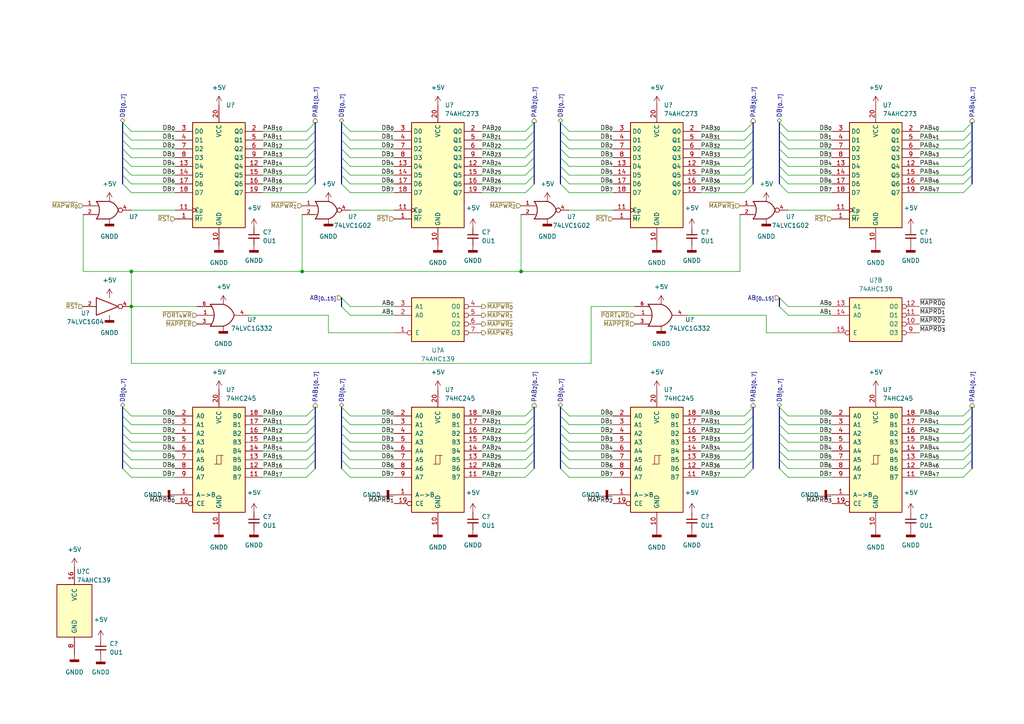
<source format=kicad_sch>
(kicad_sch (version 20211123) (generator eeschema)
  (paper "A4")
  (title_block (title "Z80 CPU INTERPOSER BANK/PAGE REGISTERS") (date "2022-10-21") (rev "1030211022") (company "LISTOFOPTIONS") (comment 1 "mapping from reset block.") (comment 2 "the registes are cleared upon reset and will read 0 until first write, independent of actual") (comment 3 "each register is readable and writable independently") (comment 4 "the mapper stores one of four page ids set by the processor"))
  (lib_symbols
    (symbol "74xGxx:74LVC1G02" (pin_names (offset 1.016))
      (property "Reference" "U" (at -2.54 3.81 0))
      (property "Value" "74LVC1G02" (at 0 -3.81 0))
      (symbol "74LVC1G02_1_1"
        (pin input line (at -7.62 1.27 0) (length 3.81) (name "~") (number "1"))
        (pin input line (at -7.62 -1.27 0) (length 3.81) (name "~") (number "2"))
        (pin power_in line (at 0 -2.54 270) (length 0) hide (name "GND") (number "3"))
        (pin output inverted (at 6.35 0 180) (length 3.81) (name "~") (number "4"))
        (pin power_in line (at 0 2.54 90) (length 0) hide (name "VCC") (number "5"))
      )
    )
    (symbol "74xGxx:74LVC1G04" (pin_names (offset 1.016))
      (property "Reference" "U" (at -2.54 3.81 0))
      (property "Value" "74LVC1G04" (at 0 -3.81 0))
      (symbol "74LVC1G04_1_1"
        (pin input line (at -7.62 0 0) (length 3.81) (name "~") (number "2"))
        (pin power_in line (at 0 -2.54 270) (length 0) hide (name "GND") (number "3"))
        (pin output inverted (at 6.35 0 180) (length 3.81) (name "~") (number "4"))
        (pin power_in line (at 0 2.54 90) (length 0) hide (name "VCC") (number "5"))
      )
    )
    (symbol "74xGxx:74LVC1G332" (pin_names (offset 1.016))
      (property "Reference" "U" (at -2.54 5.08 0))
      (property "Value" "74LVC1G332" (at 0 -5.08 0))
      (symbol "74LVC1G332_1_1"
        (pin input line (at -7.62 0 0) (length 4.826) (name "~") (number "1"))
        (pin power_in line (at 0 -3.175 270) (length 0) hide (name "GND") (number "2"))
        (pin input line (at -7.62 -2.54 0) (length 4.191) (name "~") (number "3"))
        (pin output line (at 7.62 0 180) (length 4.445) (name "~") (number "4"))
        (pin power_in line (at 0 3.175 90) (length 0) hide (name "VCC") (number "5"))
        (pin input line (at -7.62 2.54 0) (length 4.191) (name "~") (number "6"))
      )
    )
    (symbol "74xx:74AHC273"
      (property "Reference" "U" (at -7.62 16.51 0))
      (property "Value" "74AHC273" (at -7.62 -16.51 0))
      (symbol "74AHC273_1_0"
        (pin input line (at -12.7 -12.7 0) (length 5.08) (name "~{Mr}") (number "1"))
        (pin power_in line (at 0 -20.32 90) (length 5.08) (name "GND") (number "10"))
        (pin input clock (at -12.7 -10.16 0) (length 5.08) (name "Cp") (number "11"))
        (pin output line (at 12.7 2.54 180) (length 5.08) (name "Q4") (number "12"))
        (pin input line (at -12.7 2.54 0) (length 5.08) (name "D4") (number "13"))
        (pin input line (at -12.7 0 0) (length 5.08) (name "D5") (number "14"))
        (pin output line (at 12.7 0 180) (length 5.08) (name "Q5") (number "15"))
        (pin output line (at 12.7 -2.54 180) (length 5.08) (name "Q6") (number "16"))
        (pin input line (at -12.7 -2.54 0) (length 5.08) (name "D6") (number "17"))
        (pin input line (at -12.7 -5.08 0) (length 5.08) (name "D7") (number "18"))
        (pin output line (at 12.7 -5.08 180) (length 5.08) (name "Q7") (number "19"))
        (pin output line (at 12.7 12.7 180) (length 5.08) (name "Q0") (number "2"))
        (pin power_in line (at 0 20.32 270) (length 5.08) (name "VCC") (number "20"))
        (pin input line (at -12.7 12.7 0) (length 5.08) (name "D0") (number "3"))
        (pin input line (at -12.7 10.16 0) (length 5.08) (name "D1") (number "4"))
        (pin output line (at 12.7 10.16 180) (length 5.08) (name "Q1") (number "5"))
        (pin output line (at 12.7 7.62 180) (length 5.08) (name "Q2") (number "6"))
        (pin input line (at -12.7 7.62 0) (length 5.08) (name "D2") (number "7"))
        (pin input line (at -12.7 5.08 0) (length 5.08) (name "D3") (number "8"))
        (pin output line (at 12.7 5.08 180) (length 5.08) (name "Q3") (number "9"))
      )
    )
    (symbol "74xx:74HC245" (pin_names (offset 1.016))
      (property "Reference" "U" (at -7.62 16.51 0))
      (property "Value" "74HC245" (at -7.62 -16.51 0))
      (symbol "74HC245_1_0"
        (pin input line (at -12.7 -10.16 0) (length 5.08) (name "A->B") (number "1"))
        (pin power_in line (at 0 -20.32 90) (length 5.08) (name "GND") (number "10"))
        (pin tri_state line (at 12.7 -5.08 180) (length 5.08) (name "B7") (number "11"))
        (pin tri_state line (at 12.7 -2.54 180) (length 5.08) (name "B6") (number "12"))
        (pin tri_state line (at 12.7 0 180) (length 5.08) (name "B5") (number "13"))
        (pin tri_state line (at 12.7 2.54 180) (length 5.08) (name "B4") (number "14"))
        (pin tri_state line (at 12.7 5.08 180) (length 5.08) (name "B3") (number "15"))
        (pin tri_state line (at 12.7 7.62 180) (length 5.08) (name "B2") (number "16"))
        (pin tri_state line (at 12.7 10.16 180) (length 5.08) (name "B1") (number "17"))
        (pin tri_state line (at 12.7 12.7 180) (length 5.08) (name "B0") (number "18"))
        (pin input inverted (at -12.7 -12.7 0) (length 5.08) (name "CE") (number "19"))
        (pin tri_state line (at -12.7 12.7 0) (length 5.08) (name "A0") (number "2"))
        (pin power_in line (at 0 20.32 270) (length 5.08) (name "VCC") (number "20"))
        (pin tri_state line (at -12.7 10.16 0) (length 5.08) (name "A1") (number "3"))
        (pin tri_state line (at -12.7 7.62 0) (length 5.08) (name "A2") (number "4"))
        (pin tri_state line (at -12.7 5.08 0) (length 5.08) (name "A3") (number "5"))
        (pin tri_state line (at -12.7 2.54 0) (length 5.08) (name "A4") (number "6"))
        (pin tri_state line (at -12.7 0 0) (length 5.08) (name "A5") (number "7"))
        (pin tri_state line (at -12.7 -2.54 0) (length 5.08) (name "A6") (number "8"))
        (pin tri_state line (at -12.7 -5.08 0) (length 5.08) (name "A7") (number "9"))
      )
    )
    (symbol "74xx:74LS139" (pin_names (offset 1.016))
      (property "Reference" "U" (at -7.62 8.89 0))
      (property "Value" "74LS139" (at -7.62 -8.89 0))
      (symbol "74LS139_1_0"
        (pin input inverted (at -12.7 -5.08 0) (length 5.08) (name "E") (number "1"))
        (pin input line (at -12.7 0 0) (length 5.08) (name "A0") (number "2"))
        (pin input line (at -12.7 2.54 0) (length 5.08) (name "A1") (number "3"))
        (pin output inverted (at 12.7 2.54 180) (length 5.08) (name "O0") (number "4"))
        (pin output inverted (at 12.7 0 180) (length 5.08) (name "O1") (number "5"))
        (pin output inverted (at 12.7 -2.54 180) (length 5.08) (name "O2") (number "6"))
        (pin output inverted (at 12.7 -5.08 180) (length 5.08) (name "O3") (number "7"))
      )
      (symbol "74LS139_2_0"
        (pin output inverted (at 12.7 -2.54 180) (length 5.08) (name "O2") (number "10"))
        (pin output inverted (at 12.7 0 180) (length 5.08) (name "O1") (number "11"))
        (pin output inverted (at 12.7 2.54 180) (length 5.08) (name "O0") (number "12"))
        (pin input line (at -12.7 2.54 0) (length 5.08) (name "A1") (number "13"))
        (pin input line (at -12.7 0 0) (length 5.08) (name "A0") (number "14"))
        (pin input inverted (at -12.7 -5.08 0) (length 5.08) (name "E") (number "15"))
        (pin output inverted (at 12.7 -5.08 180) (length 5.08) (name "O3") (number "9"))
      )
      (symbol "74LS139_3_0"
        (pin power_in line (at 0 12.7 270) (length 5.08) (name "VCC") (number "16"))
        (pin power_in line (at 0 -12.7 90) (length 5.08) (name "GND") (number "8"))
      )
    )
    (symbol "Device:C_Small" (pin_numbers hide) (pin_names (offset 0.254) hide)
      (property "Reference" "C" (at 0.254 1.778 0))
      (property "Value" "C_Small" (at 0.254 -2.032 0))
      (symbol "C_Small_1_1"
        (pin passive line (at 0 2.54 270) (length 2.032) (name "~") (number "1"))
        (pin passive line (at 0 -2.54 90) (length 2.032) (name "~") (number "2"))
      )
    )
    (symbol "power:+5V" (power) (pin_names (offset 0))
      (property "Value" "+5V" (at 0 3.556 0))
      (symbol "+5V_1_1"
        (pin power_in line (at 0 0 90) (length 0) hide (name "+5V") (number "1"))
      )
    )
    (symbol "power:GNDD" (power) (pin_names (offset 0))
      (property "Value" "GNDD" (at 0 -3.175 0))
      (symbol "GNDD_1_1"
        (pin power_in line (at 0 0 270) (length 0) hide (name "GNDD") (number "1"))
      )
    )
  )
  (junction (at 38.1 88.9))
  (junction (at 87.63 78.74))
  (junction (at 151.13 78.74))
  (junction (at 38.1 78.74))
  (bus_entry (at 162.56 40.64) (size 2.54 2.54))
  (bus_entry (at 281.94 53.34) (size -2.54 2.54))
  (bus_entry (at 226.06 133.35) (size 2.54 2.54))
  (bus_entry (at 226.06 120.65) (size 2.54 2.54))
  (bus_entry (at 218.44 118.11) (size -2.54 2.54))
  (bus_entry (at 35.56 128.27) (size 2.54 2.54))
  (bus_entry (at 162.56 45.72) (size 2.54 2.54))
  (bus_entry (at 35.56 130.81) (size 2.54 2.54))
  (bus_entry (at 226.06 86.36) (size 2.54 2.54))
  (bus_entry (at 162.56 130.81) (size 2.54 2.54))
  (bus_entry (at 162.56 120.65) (size 2.54 2.54))
  (bus_entry (at 91.44 123.19) (size -2.54 2.54))
  (bus_entry (at 218.44 135.89) (size -2.54 2.54))
  (bus_entry (at 99.06 133.35) (size 2.54 2.54))
  (bus_entry (at 226.06 135.89) (size 2.54 2.54))
  (bus_entry (at 91.44 48.26) (size -2.54 2.54))
  (bus_entry (at 226.06 50.8) (size 2.54 2.54))
  (bus_entry (at 35.56 53.34) (size 2.54 2.54))
  (bus_entry (at 91.44 135.89) (size -2.54 2.54))
  (bus_entry (at 154.94 125.73) (size -2.54 2.54))
  (bus_entry (at 218.44 130.81) (size -2.54 2.54))
  (bus_entry (at 99.06 38.1) (size 2.54 2.54))
  (bus_entry (at 99.06 128.27) (size 2.54 2.54))
  (bus_entry (at 162.56 43.18) (size 2.54 2.54))
  (bus_entry (at 99.06 48.26) (size 2.54 2.54))
  (bus_entry (at 91.44 130.81) (size -2.54 2.54))
  (bus_entry (at 281.94 133.35) (size -2.54 2.54))
  (bus_entry (at 91.44 125.73) (size -2.54 2.54))
  (bus_entry (at 35.56 35.56) (size 2.54 2.54))
  (bus_entry (at 281.94 45.72) (size -2.54 2.54))
  (bus_entry (at 154.94 48.26) (size -2.54 2.54))
  (bus_entry (at 226.06 128.27) (size 2.54 2.54))
  (bus_entry (at 154.94 45.72) (size -2.54 2.54))
  (bus_entry (at 226.06 40.64) (size 2.54 2.54))
  (bus_entry (at 91.44 120.65) (size -2.54 2.54))
  (bus_entry (at 162.56 118.11) (size 2.54 2.54))
  (bus_entry (at 218.44 125.73) (size -2.54 2.54))
  (bus_entry (at 35.56 135.89) (size 2.54 2.54))
  (bus_entry (at 154.94 40.64) (size -2.54 2.54))
  (bus_entry (at 91.44 133.35) (size -2.54 2.54))
  (bus_entry (at 218.44 123.19) (size -2.54 2.54))
  (bus_entry (at 162.56 123.19) (size 2.54 2.54))
  (bus_entry (at 281.94 40.64) (size -2.54 2.54))
  (bus_entry (at 226.06 48.26) (size 2.54 2.54))
  (bus_entry (at 91.44 53.34) (size -2.54 2.54))
  (bus_entry (at 154.94 123.19) (size -2.54 2.54))
  (bus_entry (at 226.06 45.72) (size 2.54 2.54))
  (bus_entry (at 162.56 128.27) (size 2.54 2.54))
  (bus_entry (at 99.06 86.36) (size 2.54 2.54))
  (bus_entry (at 35.56 45.72) (size 2.54 2.54))
  (bus_entry (at 99.06 53.34) (size 2.54 2.54))
  (bus_entry (at 281.94 130.81) (size -2.54 2.54))
  (bus_entry (at 154.94 135.89) (size -2.54 2.54))
  (bus_entry (at 35.56 120.65) (size 2.54 2.54))
  (bus_entry (at 226.06 125.73) (size 2.54 2.54))
  (bus_entry (at 91.44 128.27) (size -2.54 2.54))
  (bus_entry (at 99.06 40.64) (size 2.54 2.54))
  (bus_entry (at 91.44 118.11) (size -2.54 2.54))
  (bus_entry (at 226.06 38.1) (size 2.54 2.54))
  (bus_entry (at 35.56 48.26) (size 2.54 2.54))
  (bus_entry (at 91.44 35.56) (size -2.54 2.54))
  (bus_entry (at 99.06 45.72) (size 2.54 2.54))
  (bus_entry (at 162.56 125.73) (size 2.54 2.54))
  (bus_entry (at 218.44 35.56) (size -2.54 2.54))
  (bus_entry (at 218.44 43.18) (size -2.54 2.54))
  (bus_entry (at 281.94 38.1) (size -2.54 2.54))
  (bus_entry (at 99.06 125.73) (size 2.54 2.54))
  (bus_entry (at 154.94 118.11) (size -2.54 2.54))
  (bus_entry (at 99.06 35.56) (size 2.54 2.54))
  (bus_entry (at 91.44 38.1) (size -2.54 2.54))
  (bus_entry (at 154.94 53.34) (size -2.54 2.54))
  (bus_entry (at 281.94 48.26) (size -2.54 2.54))
  (bus_entry (at 226.06 43.18) (size 2.54 2.54))
  (bus_entry (at 99.06 130.81) (size 2.54 2.54))
  (bus_entry (at 281.94 128.27) (size -2.54 2.54))
  (bus_entry (at 226.06 118.11) (size 2.54 2.54))
  (bus_entry (at 154.94 38.1) (size -2.54 2.54))
  (bus_entry (at 35.56 43.18) (size 2.54 2.54))
  (bus_entry (at 218.44 40.64) (size -2.54 2.54))
  (bus_entry (at 281.94 118.11) (size -2.54 2.54))
  (bus_entry (at 226.06 130.81) (size 2.54 2.54))
  (bus_entry (at 281.94 120.65) (size -2.54 2.54))
  (bus_entry (at 162.56 48.26) (size 2.54 2.54))
  (bus_entry (at 91.44 43.18) (size -2.54 2.54))
  (bus_entry (at 35.56 118.11) (size 2.54 2.54))
  (bus_entry (at 281.94 43.18) (size -2.54 2.54))
  (bus_entry (at 218.44 128.27) (size -2.54 2.54))
  (bus_entry (at 162.56 53.34) (size 2.54 2.54))
  (bus_entry (at 281.94 135.89) (size -2.54 2.54))
  (bus_entry (at 162.56 135.89) (size 2.54 2.54))
  (bus_entry (at 154.94 35.56) (size -2.54 2.54))
  (bus_entry (at 35.56 40.64) (size 2.54 2.54))
  (bus_entry (at 99.06 118.11) (size 2.54 2.54))
  (bus_entry (at 218.44 50.8) (size -2.54 2.54))
  (bus_entry (at 226.06 123.19) (size 2.54 2.54))
  (bus_entry (at 91.44 45.72) (size -2.54 2.54))
  (bus_entry (at 154.94 133.35) (size -2.54 2.54))
  (bus_entry (at 99.06 123.19) (size 2.54 2.54))
  (bus_entry (at 226.06 35.56) (size 2.54 2.54))
  (bus_entry (at 218.44 45.72) (size -2.54 2.54))
  (bus_entry (at 226.06 88.9) (size 2.54 2.54))
  (bus_entry (at 218.44 133.35) (size -2.54 2.54))
  (bus_entry (at 35.56 38.1) (size 2.54 2.54))
  (bus_entry (at 218.44 53.34) (size -2.54 2.54))
  (bus_entry (at 162.56 35.56) (size 2.54 2.54))
  (bus_entry (at 162.56 133.35) (size 2.54 2.54))
  (bus_entry (at 99.06 120.65) (size 2.54 2.54))
  (bus_entry (at 281.94 123.19) (size -2.54 2.54))
  (bus_entry (at 154.94 130.81) (size -2.54 2.54))
  (bus_entry (at 162.56 50.8) (size 2.54 2.54))
  (bus_entry (at 281.94 35.56) (size -2.54 2.54))
  (bus_entry (at 154.94 43.18) (size -2.54 2.54))
  (bus_entry (at 99.06 135.89) (size 2.54 2.54))
  (bus_entry (at 218.44 120.65) (size -2.54 2.54))
  (bus_entry (at 218.44 38.1) (size -2.54 2.54))
  (bus_entry (at 35.56 123.19) (size 2.54 2.54))
  (bus_entry (at 226.06 53.34) (size 2.54 2.54))
  (bus_entry (at 154.94 128.27) (size -2.54 2.54))
  (bus_entry (at 35.56 133.35) (size 2.54 2.54))
  (bus_entry (at 35.56 50.8) (size 2.54 2.54))
  (bus_entry (at 281.94 50.8) (size -2.54 2.54))
  (bus_entry (at 154.94 50.8) (size -2.54 2.54))
  (bus_entry (at 162.56 38.1) (size 2.54 2.54))
  (bus_entry (at 99.06 43.18) (size 2.54 2.54))
  (bus_entry (at 218.44 48.26) (size -2.54 2.54))
  (bus_entry (at 281.94 125.73) (size -2.54 2.54))
  (bus_entry (at 154.94 120.65) (size -2.54 2.54))
  (bus_entry (at 91.44 50.8) (size -2.54 2.54))
  (bus_entry (at 35.56 125.73) (size 2.54 2.54))
  (bus_entry (at 99.06 50.8) (size 2.54 2.54))
  (bus_entry (at 91.44 40.64) (size -2.54 2.54))
  (bus_entry (at 99.06 88.9) (size 2.54 2.54))
  (wire (pts (xy 24.13 78.74) (xy 38.1 78.74)))
  (bus (pts (xy 35.56 123.19) (xy 35.56 125.73)))
  (wire (pts (xy 152.4 130.81) (xy 139.7 130.81)))
  (wire (pts (xy 215.9 125.73) (xy 203.2 125.73)))
  (bus (pts (xy 226.06 40.64) (xy 226.06 43.18)))
  (wire (pts (xy 177.8 50.8) (xy 165.1 50.8)))
  (wire (pts (xy 114.3 38.1) (xy 101.6 38.1)))
  (bus (pts (xy 226.06 48.26) (xy 226.06 50.8)))
  (bus (pts (xy 91.44 123.19) (xy 91.44 125.73)))
  (wire (pts (xy 50.8 38.1) (xy 38.1 38.1)))
  (bus (pts (xy 281.94 125.73) (xy 281.94 128.27)))
  (bus (pts (xy 162.56 130.81) (xy 162.56 133.35)))
  (wire (pts (xy 215.9 45.72) (xy 203.2 45.72)))
  (bus (pts (xy 218.44 40.64) (xy 218.44 43.18)))
  (wire (pts (xy 114.3 135.89) (xy 101.6 135.89)))
  (wire (pts (xy 215.9 43.18) (xy 203.2 43.18)))
  (wire (pts (xy 88.9 48.26) (xy 76.2 48.26)))
  (wire (pts (xy 72.39 91.44) (xy 95.25 91.44)))
  (wire (pts (xy 215.9 38.1) (xy 203.2 38.1)))
  (bus (pts (xy 91.44 125.73) (xy 91.44 128.27)))
  (wire (pts (xy 50.8 40.64) (xy 38.1 40.64)))
  (wire (pts (xy 215.9 48.26) (xy 203.2 48.26)))
  (wire (pts (xy 88.9 43.18) (xy 76.2 43.18)))
  (bus (pts (xy 281.94 40.64) (xy 281.94 43.18)))
  (bus (pts (xy 162.56 40.64) (xy 162.56 43.18)))
  (bus (pts (xy 281.94 123.19) (xy 281.94 125.73)))
  (bus (pts (xy 226.06 120.65) (xy 226.06 123.19)))
  (wire (pts (xy 279.4 40.64) (xy 266.7 40.64)))
  (wire (pts (xy 177.8 130.81) (xy 165.1 130.81)))
  (bus (pts (xy 162.56 125.73) (xy 162.56 128.27)))
  (wire (pts (xy 241.3 128.27) (xy 228.6 128.27)))
  (wire (pts (xy 152.4 43.18) (xy 139.7 43.18)))
  (bus (pts (xy 99.06 48.26) (xy 99.06 50.8)))
  (bus (pts (xy 35.56 35.56) (xy 35.56 38.1)))
  (wire (pts (xy 88.9 133.35) (xy 76.2 133.35)))
  (wire (pts (xy 177.8 55.88) (xy 165.1 55.88)))
  (bus (pts (xy 218.44 35.56) (xy 218.44 38.1)))
  (bus (pts (xy 35.56 118.11) (xy 35.56 120.65)))
  (bus (pts (xy 91.44 133.35) (xy 91.44 135.89)))
  (wire (pts (xy 228.6 88.9) (xy 241.3 88.9)))
  (bus (pts (xy 226.06 123.19) (xy 226.06 125.73)))
  (bus (pts (xy 162.56 45.72) (xy 162.56 48.26)))
  (wire (pts (xy 88.9 40.64) (xy 76.2 40.64)))
  (bus (pts (xy 99.06 86.36) (xy 99.06 88.9)))
  (wire (pts (xy 88.9 45.72) (xy 76.2 45.72)))
  (bus (pts (xy 35.56 45.72) (xy 35.56 48.26)))
  (wire (pts (xy 279.4 125.73) (xy 266.7 125.73)))
  (wire (pts (xy 152.4 125.73) (xy 139.7 125.73)))
  (bus (pts (xy 226.06 133.35) (xy 226.06 135.89)))
  (wire (pts (xy 95.25 91.44) (xy 95.25 96.52)))
  (wire (pts (xy 50.8 133.35) (xy 38.1 133.35)))
  (wire (pts (xy 177.8 128.27) (xy 165.1 128.27)))
  (bus (pts (xy 281.94 128.27) (xy 281.94 130.81)))
  (bus (pts (xy 154.94 43.18) (xy 154.94 45.72)))
  (bus (pts (xy 162.56 123.19) (xy 162.56 125.73)))
  (wire (pts (xy 241.3 48.26) (xy 228.6 48.26)))
  (wire (pts (xy 222.25 96.52) (xy 241.3 96.52)))
  (bus (pts (xy 99.06 120.65) (xy 99.06 123.19)))
  (bus (pts (xy 99.06 43.18) (xy 99.06 45.72)))
  (bus (pts (xy 35.56 130.81) (xy 35.56 133.35)))
  (bus (pts (xy 99.06 40.64) (xy 99.06 43.18)))
  (bus (pts (xy 154.94 125.73) (xy 154.94 128.27)))
  (wire (pts (xy 88.9 120.65) (xy 76.2 120.65)))
  (bus (pts (xy 35.56 125.73) (xy 35.56 128.27)))
  (wire (pts (xy 152.4 135.89) (xy 139.7 135.89)))
  (wire (pts (xy 50.8 130.81) (xy 38.1 130.81)))
  (bus (pts (xy 91.44 130.81) (xy 91.44 133.35)))
  (wire (pts (xy 38.1 60.96) (xy 50.8 60.96)))
  (bus (pts (xy 218.44 123.19) (xy 218.44 125.73)))
  (bus (pts (xy 226.06 38.1) (xy 226.06 40.64)))
  (wire (pts (xy 215.9 138.43) (xy 203.2 138.43)))
  (wire (pts (xy 241.3 50.8) (xy 228.6 50.8)))
  (wire (pts (xy 101.6 60.96) (xy 114.3 60.96)))
  (wire (pts (xy 215.9 53.34) (xy 203.2 53.34)))
  (bus (pts (xy 99.06 45.72) (xy 99.06 48.26)))
  (wire (pts (xy 177.8 138.43) (xy 165.1 138.43)))
  (wire (pts (xy 152.4 128.27) (xy 139.7 128.27)))
  (bus (pts (xy 154.94 40.64) (xy 154.94 43.18)))
  (bus (pts (xy 91.44 38.1) (xy 91.44 40.64)))
  (wire (pts (xy 241.3 138.43) (xy 228.6 138.43)))
  (wire (pts (xy 171.45 88.9) (xy 184.15 88.9)))
  (wire (pts (xy 50.8 125.73) (xy 38.1 125.73)))
  (bus (pts (xy 226.06 130.81) (xy 226.06 133.35)))
  (wire (pts (xy 152.4 120.65) (xy 139.7 120.65)))
  (bus (pts (xy 99.06 125.73) (xy 99.06 128.27)))
  (bus (pts (xy 218.44 118.11) (xy 218.44 120.65)))
  (bus (pts (xy 154.94 38.1) (xy 154.94 40.64)))
  (wire (pts (xy 215.9 130.81) (xy 203.2 130.81)))
  (bus (pts (xy 281.94 133.35) (xy 281.94 135.89)))
  (bus (pts (xy 218.44 133.35) (xy 218.44 135.89)))
  (wire (pts (xy 50.8 43.18) (xy 38.1 43.18)))
  (bus (pts (xy 35.56 128.27) (xy 35.56 130.81)))
  (wire (pts (xy 24.13 62.23) (xy 24.13 78.74)))
  (bus (pts (xy 218.44 130.81) (xy 218.44 133.35)))
  (wire (pts (xy 215.9 40.64) (xy 203.2 40.64)))
  (bus (pts (xy 162.56 133.35) (xy 162.56 135.89)))
  (bus (pts (xy 162.56 118.11) (xy 162.56 120.65)))
  (wire (pts (xy 38.1 105.41) (xy 171.45 105.41)))
  (bus (pts (xy 218.44 125.73) (xy 218.44 128.27)))
  (wire (pts (xy 241.3 55.88) (xy 228.6 55.88)))
  (bus (pts (xy 154.94 128.27) (xy 154.94 130.81)))
  (wire (pts (xy 177.8 38.1) (xy 165.1 38.1)))
  (wire (pts (xy 152.4 133.35) (xy 139.7 133.35)))
  (bus (pts (xy 281.94 118.11) (xy 281.94 120.65)))
  (wire (pts (xy 50.8 50.8) (xy 38.1 50.8)))
  (bus (pts (xy 218.44 48.26) (xy 218.44 50.8)))
  (wire (pts (xy 88.9 135.89) (xy 76.2 135.89)))
  (wire (pts (xy 279.4 50.8) (xy 266.7 50.8)))
  (bus (pts (xy 218.44 45.72) (xy 218.44 48.26)))
  (bus (pts (xy 99.06 38.1) (xy 99.06 40.64)))
  (bus (pts (xy 218.44 120.65) (xy 218.44 123.19)))
  (bus (pts (xy 281.94 48.26) (xy 281.94 50.8)))
  (wire (pts (xy 50.8 55.88) (xy 38.1 55.88)))
  (wire (pts (xy 88.9 138.43) (xy 76.2 138.43)))
  (bus (pts (xy 281.94 43.18) (xy 281.94 45.72)))
  (bus (pts (xy 218.44 128.27) (xy 218.44 130.81)))
  (bus (pts (xy 218.44 50.8) (xy 218.44 53.34)))
  (wire (pts (xy 88.9 38.1) (xy 76.2 38.1)))
  (bus (pts (xy 99.06 35.56) (xy 99.06 38.1)))
  (wire (pts (xy 279.4 55.88) (xy 266.7 55.88)))
  (bus (pts (xy 91.44 40.64) (xy 91.44 43.18)))
  (bus (pts (xy 226.06 35.56) (xy 226.06 38.1)))
  (wire (pts (xy 165.1 60.96) (xy 177.8 60.96)))
  (wire (pts (xy 50.8 53.34) (xy 38.1 53.34)))
  (wire (pts (xy 228.6 91.44) (xy 241.3 91.44)))
  (wire (pts (xy 241.3 135.89) (xy 228.6 135.89)))
  (wire (pts (xy 241.3 40.64) (xy 228.6 40.64)))
  (bus (pts (xy 281.94 50.8) (xy 281.94 53.34)))
  (bus (pts (xy 162.56 43.18) (xy 162.56 45.72)))
  (bus (pts (xy 162.56 120.65) (xy 162.56 123.19)))
  (bus (pts (xy 154.94 123.19) (xy 154.94 125.73)))
  (wire (pts (xy 50.8 45.72) (xy 38.1 45.72)))
  (wire (pts (xy 279.4 53.34) (xy 266.7 53.34)))
  (bus (pts (xy 154.94 120.65) (xy 154.94 123.19)))
  (wire (pts (xy 177.8 135.89) (xy 165.1 135.89)))
  (wire (pts (xy 152.4 45.72) (xy 139.7 45.72)))
  (bus (pts (xy 226.06 86.36) (xy 226.06 88.9)))
  (wire (pts (xy 215.9 55.88) (xy 203.2 55.88)))
  (bus (pts (xy 226.06 45.72) (xy 226.06 48.26)))
  (wire (pts (xy 177.8 45.72) (xy 165.1 45.72)))
  (wire (pts (xy 87.63 78.74) (xy 151.13 78.74)))
  (wire (pts (xy 101.6 88.9) (xy 114.3 88.9)))
  (wire (pts (xy 215.9 123.19) (xy 203.2 123.19)))
  (bus (pts (xy 162.56 128.27) (xy 162.56 130.81)))
  (bus (pts (xy 35.56 38.1) (xy 35.56 40.64)))
  (wire (pts (xy 279.4 48.26) (xy 266.7 48.26)))
  (wire (pts (xy 50.8 48.26) (xy 38.1 48.26)))
  (bus (pts (xy 281.94 120.65) (xy 281.94 123.19)))
  (bus (pts (xy 99.06 130.81) (xy 99.06 133.35)))
  (bus (pts (xy 281.94 130.81) (xy 281.94 133.35)))
  (bus (pts (xy 91.44 45.72) (xy 91.44 48.26)))
  (wire (pts (xy 228.6 60.96) (xy 241.3 60.96)))
  (wire (pts (xy 241.3 123.19) (xy 228.6 123.19)))
  (wire (pts (xy 152.4 40.64) (xy 139.7 40.64)))
  (bus (pts (xy 218.44 43.18) (xy 218.44 45.72)))
  (bus (pts (xy 91.44 35.56) (xy 91.44 38.1)))
  (wire (pts (xy 279.4 120.65) (xy 266.7 120.65)))
  (wire (pts (xy 199.39 91.44) (xy 222.25 91.44)))
  (wire (pts (xy 88.9 130.81) (xy 76.2 130.81)))
  (wire (pts (xy 38.1 78.74) (xy 87.63 78.74)))
  (wire (pts (xy 114.3 45.72) (xy 101.6 45.72)))
  (bus (pts (xy 154.94 50.8) (xy 154.94 53.34)))
  (wire (pts (xy 114.3 130.81) (xy 101.6 130.81)))
  (wire (pts (xy 114.3 138.43) (xy 101.6 138.43)))
  (bus (pts (xy 226.06 118.11) (xy 226.06 120.65)))
  (wire (pts (xy 88.9 128.27) (xy 76.2 128.27)))
  (wire (pts (xy 114.3 123.19) (xy 101.6 123.19)))
  (wire (pts (xy 215.9 128.27) (xy 203.2 128.27)))
  (wire (pts (xy 279.4 138.43) (xy 266.7 138.43)))
  (bus (pts (xy 154.94 45.72) (xy 154.94 48.26)))
  (wire (pts (xy 152.4 123.19) (xy 139.7 123.19)))
  (bus (pts (xy 226.06 125.73) (xy 226.06 128.27)))
  (bus (pts (xy 154.94 130.81) (xy 154.94 133.35)))
  (wire (pts (xy 215.9 133.35) (xy 203.2 133.35)))
  (bus (pts (xy 99.06 133.35) (xy 99.06 135.89)))
  (wire (pts (xy 177.8 123.19) (xy 165.1 123.19)))
  (bus (pts (xy 99.06 118.11) (xy 99.06 120.65)))
  (wire (pts (xy 222.25 91.44) (xy 222.25 96.52)))
  (wire (pts (xy 177.8 125.73) (xy 165.1 125.73)))
  (wire (pts (xy 279.4 128.27) (xy 266.7 128.27)))
  (bus (pts (xy 35.56 120.65) (xy 35.56 123.19)))
  (bus (pts (xy 91.44 48.26) (xy 91.44 50.8)))
  (wire (pts (xy 177.8 133.35) (xy 165.1 133.35)))
  (bus (pts (xy 35.56 40.64) (xy 35.56 43.18)))
  (bus (pts (xy 162.56 48.26) (xy 162.56 50.8)))
  (bus (pts (xy 154.94 133.35) (xy 154.94 135.89)))
  (bus (pts (xy 226.06 50.8) (xy 226.06 53.34)))
  (bus (pts (xy 99.06 50.8) (xy 99.06 53.34)))
  (wire (pts (xy 50.8 135.89) (xy 38.1 135.89)))
  (bus (pts (xy 162.56 38.1) (xy 162.56 40.64)))
  (bus (pts (xy 91.44 128.27) (xy 91.44 130.81)))
  (wire (pts (xy 38.1 78.74) (xy 38.1 88.9)))
  (wire (pts (xy 177.8 48.26) (xy 165.1 48.26)))
  (wire (pts (xy 241.3 130.81) (xy 228.6 130.81)))
  (wire (pts (xy 88.9 55.88) (xy 76.2 55.88)))
  (wire (pts (xy 114.3 50.8) (xy 101.6 50.8)))
  (wire (pts (xy 279.4 135.89) (xy 266.7 135.89)))
  (bus (pts (xy 281.94 35.56) (xy 281.94 38.1)))
  (bus (pts (xy 35.56 133.35) (xy 35.56 135.89)))
  (bus (pts (xy 99.06 123.19) (xy 99.06 125.73)))
  (bus (pts (xy 35.56 43.18) (xy 35.56 45.72)))
  (wire (pts (xy 114.3 48.26) (xy 101.6 48.26)))
  (wire (pts (xy 114.3 125.73) (xy 101.6 125.73)))
  (wire (pts (xy 152.4 50.8) (xy 139.7 50.8)))
  (wire (pts (xy 177.8 53.34) (xy 165.1 53.34)))
  (wire (pts (xy 88.9 53.34) (xy 76.2 53.34)))
  (wire (pts (xy 50.8 123.19) (xy 38.1 123.19)))
  (wire (pts (xy 177.8 40.64) (xy 165.1 40.64)))
  (bus (pts (xy 91.44 120.65) (xy 91.44 123.19)))
  (wire (pts (xy 88.9 125.73) (xy 76.2 125.73)))
  (wire (pts (xy 215.9 135.89) (xy 203.2 135.89)))
  (wire (pts (xy 171.45 105.41) (xy 171.45 88.9)))
  (wire (pts (xy 50.8 138.43) (xy 38.1 138.43)))
  (wire (pts (xy 152.4 53.34) (xy 139.7 53.34)))
  (wire (pts (xy 50.8 128.27) (xy 38.1 128.27)))
  (wire (pts (xy 114.3 128.27) (xy 101.6 128.27)))
  (bus (pts (xy 91.44 43.18) (xy 91.44 45.72)))
  (wire (pts (xy 279.4 130.81) (xy 266.7 130.81)))
  (wire (pts (xy 101.6 91.44) (xy 114.3 91.44)))
  (wire (pts (xy 152.4 55.88) (xy 139.7 55.88)))
  (wire (pts (xy 152.4 38.1) (xy 139.7 38.1)))
  (wire (pts (xy 114.3 120.65) (xy 101.6 120.65)))
  (wire (pts (xy 38.1 88.9) (xy 38.1 105.41)))
  (wire (pts (xy 152.4 138.43) (xy 139.7 138.43)))
  (wire (pts (xy 114.3 133.35) (xy 101.6 133.35)))
  (bus (pts (xy 218.44 38.1) (xy 218.44 40.64)))
  (wire (pts (xy 88.9 50.8) (xy 76.2 50.8)))
  (wire (pts (xy 177.8 120.65) (xy 165.1 120.65)))
  (wire (pts (xy 241.3 43.18) (xy 228.6 43.18)))
  (wire (pts (xy 241.3 53.34) (xy 228.6 53.34)))
  (wire (pts (xy 151.13 78.74) (xy 214.63 78.74)))
  (wire (pts (xy 38.1 88.9) (xy 57.15 88.9)))
  (bus (pts (xy 162.56 50.8) (xy 162.56 53.34)))
  (bus (pts (xy 154.94 118.11) (xy 154.94 120.65)))
  (wire (pts (xy 88.9 123.19) (xy 76.2 123.19)))
  (bus (pts (xy 91.44 50.8) (xy 91.44 53.34)))
  (wire (pts (xy 151.13 62.23) (xy 151.13 78.74)))
  (bus (pts (xy 154.94 35.56) (xy 154.94 38.1)))
  (wire (pts (xy 87.63 62.23) (xy 87.63 78.74)))
  (wire (pts (xy 241.3 45.72) (xy 228.6 45.72)))
  (bus (pts (xy 35.56 50.8) (xy 35.56 53.34)))
  (wire (pts (xy 95.25 96.52) (xy 114.3 96.52)))
  (wire (pts (xy 241.3 38.1) (xy 228.6 38.1)))
  (wire (pts (xy 279.4 38.1) (xy 266.7 38.1)))
  (wire (pts (xy 114.3 43.18) (xy 101.6 43.18)))
  (wire (pts (xy 114.3 53.34) (xy 101.6 53.34)))
  (wire (pts (xy 279.4 123.19) (xy 266.7 123.19)))
  (bus (pts (xy 99.06 128.27) (xy 99.06 130.81)))
  (wire (pts (xy 215.9 50.8) (xy 203.2 50.8)))
  (wire (pts (xy 152.4 48.26) (xy 139.7 48.26)))
  (bus (pts (xy 281.94 38.1) (xy 281.94 40.64)))
  (wire (pts (xy 215.9 120.65) (xy 203.2 120.65)))
  (bus (pts (xy 162.56 35.56) (xy 162.56 38.1)))
  (wire (pts (xy 241.3 133.35) (xy 228.6 133.35)))
  (wire (pts (xy 177.8 43.18) (xy 165.1 43.18)))
  (wire (pts (xy 279.4 133.35) (xy 266.7 133.35)))
  (wire (pts (xy 114.3 55.88) (xy 101.6 55.88)))
  (wire (pts (xy 279.4 45.72) (xy 266.7 45.72)))
  (wire (pts (xy 241.3 120.65) (xy 228.6 120.65)))
  (wire (pts (xy 279.4 43.18) (xy 266.7 43.18)))
  (bus (pts (xy 35.56 48.26) (xy 35.56 50.8)))
  (wire (pts (xy 50.8 120.65) (xy 38.1 120.65)))
  (wire (pts (xy 214.63 78.74) (xy 214.63 62.23)))
  (bus (pts (xy 154.94 48.26) (xy 154.94 50.8)))
  (bus (pts (xy 281.94 45.72) (xy 281.94 48.26)))
  (bus (pts (xy 226.06 43.18) (xy 226.06 45.72)))
  (bus (pts (xy 226.06 128.27) (xy 226.06 130.81)))
  (wire (pts (xy 241.3 125.73) (xy 228.6 125.73)))
  (wire (pts (xy 114.3 40.64) (xy 101.6 40.64)))
  (bus (pts (xy 91.44 118.11) (xy 91.44 120.65)))
  (label "DB_{7}" (at 114.3 55.88 180))
  (label "~{MAPRD_{1}}" (at 114.3 146.05 180))
  (label "DB_{1}" (at 177.8 123.19 180))
  (label "~{MAPRD_{2}}" (at 177.8 146.05 180))
  (label "PAB_{3}_{5}" (at 203.2 50.8 0))
  (label "DB_{0}" (at 241.3 38.1 180))
  (label "AB_{1}" (at 114.3 91.44 180))
  (label "PAB_{1}_{6}" (at 76.2 135.89 0))
  (label "DB_{4}" (at 241.3 48.26 180))
  (label "DB_{5}" (at 241.3 133.35 180))
  (label "PAB_{2}_{0}" (at 139.7 120.65 0))
  (label "PAB_{2}_{3}" (at 139.7 128.27 0))
  (label "PAB_{1}_{4}" (at 76.2 130.81 0))
  (label "PAB_{2}_{7}" (at 139.7 55.88 0))
  (label "PAB_{2}_{5}" (at 139.7 133.35 0))
  (label "DB_{7}" (at 177.8 55.88 180))
  (label "DB_{5}" (at 241.3 50.8 180))
  (label "DB_{2}" (at 241.3 43.18 180))
  (label "DB_{4}" (at 177.8 48.26 180))
  (label "DB_{4}" (at 114.3 130.81 180))
  (label "PAB_{1}_{1}" (at 76.2 123.19 0))
  (label "PAB_{2}_{4}" (at 139.7 48.26 0))
  (label "DB_{7}" (at 50.8 138.43 180))
  (label "PAB_{2}_{7}" (at 139.7 138.43 0))
  (label "PAB_{3}_{6}" (at 203.2 53.34 0))
  (label "DB_{1}" (at 241.3 40.64 180))
  (label "PAB_{4}_{0}" (at 266.7 38.1 0))
  (label "PAB_{3}_{0}" (at 203.2 120.65 0))
  (label "PAB_{3}_{1}" (at 203.2 40.64 0))
  (label "DB_{4}" (at 114.3 48.26 180))
  (label "DB_{3}" (at 50.8 128.27 180))
  (label "DB_{5}" (at 114.3 133.35 180))
  (label "PAB_{4}_{7}" (at 266.7 138.43 0))
  (label "DB_{5}" (at 177.8 50.8 180))
  (label "PAB_{3}_{0}" (at 203.2 38.1 0))
  (label "~{MAPRD_{1}}" (at 266.7 91.44 0))
  (label "DB_{5}" (at 177.8 133.35 180))
  (label "PAB_{3}_{1}" (at 203.2 123.19 0))
  (label "PAB_{4}_{2}" (at 266.7 125.73 0))
  (label "DB_{2}" (at 50.8 125.73 180))
  (label "DB_{6}" (at 241.3 53.34 180))
  (label "PAB_{3}_{7}" (at 203.2 138.43 0))
  (label "DB_{7}" (at 50.8 55.88 180))
  (label "DB_{2}" (at 177.8 43.18 180))
  (label "~{MAPRD_{0}}" (at 266.7 88.9 0))
  (label "~{MAPRD_{0}}" (at 50.8 146.05 180))
  (label "DB_{1}" (at 50.8 40.64 180))
  (label "DB_{0}" (at 50.8 120.65 180))
  (label "PAB_{1}_{1}" (at 76.2 40.64 0))
  (label "DB_{7}" (at 114.3 138.43 180))
  (label "DB_{6}" (at 114.3 53.34 180))
  (label "PAB_{3}_{7}" (at 203.2 55.88 0))
  (label "PAB_{2}_{1}" (at 139.7 123.19 0))
  (label "PAB_{2}_{3}" (at 139.7 45.72 0))
  (label "DB_{6}" (at 50.8 53.34 180))
  (label "PAB_{1}_{5}" (at 76.2 133.35 0))
  (label "DB_{3}" (at 241.3 45.72 180))
  (label "AB_{1}" (at 241.3 91.44 180))
  (label "PAB_{1}_{4}" (at 76.2 48.26 0))
  (label "DB_{2}" (at 177.8 125.73 180))
  (label "DB_{3}" (at 50.8 45.72 180))
  (label "AB_{0}" (at 241.3 88.9 180))
  (label "DB_{4}" (at 50.8 130.81 180))
  (label "AB_{0}" (at 114.3 88.9 180))
  (label "DB_{2}" (at 114.3 43.18 180))
  (label "PAB_{4}_{6}" (at 266.7 53.34 0))
  (label "DB_{3}" (at 241.3 128.27 180))
  (label "DB_{1}" (at 114.3 40.64 180))
  (label "DB_{7}" (at 177.8 138.43 180))
  (label "PAB_{3}_{5}" (at 203.2 133.35 0))
  (label "DB_{0}" (at 50.8 38.1 180))
  (label "DB_{6}" (at 177.8 53.34 180))
  (label "PAB_{4}_{0}" (at 266.7 120.65 0))
  (label "PAB_{4}_{4}" (at 266.7 48.26 0))
  (label "PAB_{1}_{2}" (at 76.2 43.18 0))
  (label "DB_{5}" (at 114.3 50.8 180))
  (label "PAB_{4}_{1}" (at 266.7 123.19 0))
  (label "PAB_{4}_{1}" (at 266.7 40.64 0))
  (label "DB_{3}" (at 114.3 45.72 180))
  (label "PAB_{4}_{2}" (at 266.7 43.18 0))
  (label "DB_{6}" (at 241.3 135.89 180))
  (label "DB_{1}" (at 50.8 123.19 180))
  (label "DB_{6}" (at 177.8 135.89 180))
  (label "DB_{3}" (at 114.3 128.27 180))
  (label "DB_{2}" (at 50.8 43.18 180))
  (label "~{MAPRD_{3}}" (at 241.3 146.05 180))
  (label "PAB_{3}_{4}" (at 203.2 130.81 0))
  (label "DB_{6}" (at 50.8 135.89 180))
  (label "PAB_{1}_{5}" (at 76.2 50.8 0))
  (label "PAB_{4}_{5}" (at 266.7 50.8 0))
  (label "PAB_{4}_{7}" (at 266.7 55.88 0))
  (label "DB_{5}" (at 50.8 50.8 180))
  (label "PAB_{1}_{7}" (at 76.2 138.43 0))
  (label "PAB_{2}_{2}" (at 139.7 125.73 0))
  (label "PAB_{2}_{2}" (at 139.7 43.18 0))
  (label "PAB_{2}_{5}" (at 139.7 50.8 0))
  (label "DB_{1}" (at 241.3 123.19 180))
  (label "DB_{0}" (at 177.8 120.65 180))
  (label "PAB_{4}_{5}" (at 266.7 133.35 0))
  (label "PAB_{1}_{0}" (at 76.2 120.65 0))
  (label "DB_{4}" (at 177.8 130.81 180))
  (label "DB_{6}" (at 114.3 135.89 180))
  (label "PAB_{1}_{7}" (at 76.2 55.88 0))
  (label "PAB_{3}_{6}" (at 203.2 135.89 0))
  (label "DB_{0}" (at 114.3 38.1 180))
  (label "PAB_{1}_{6}" (at 76.2 53.34 0))
  (label "PAB_{3}_{2}" (at 203.2 125.73 0))
  (label "DB_{4}" (at 50.8 48.26 180))
  (label "DB_{5}" (at 50.8 133.35 180))
  (label "PAB_{2}_{6}" (at 139.7 53.34 0))
  (label "DB_{0}" (at 114.3 120.65 180))
  (label "PAB_{3}_{3}" (at 203.2 128.27 0))
  (label "PAB_{2}_{6}" (at 139.7 135.89 0))
  (label "PAB_{1}_{3}" (at 76.2 128.27 0))
  (label "DB_{2}" (at 241.3 125.73 180))
  (label "PAB_{1}_{3}" (at 76.2 45.72 0))
  (label "DB_{0}" (at 241.3 120.65 180))
  (label "PAB_{4}_{6}" (at 266.7 135.89 0))
  (label "PAB_{1}_{2}" (at 76.2 125.73 0))
  (label "DB_{3}" (at 177.8 128.27 180))
  (label "PAB_{4}_{4}" (at 266.7 130.81 0))
  (label "PAB_{3}_{4}" (at 203.2 48.26 0))
  (label "DB_{7}" (at 241.3 138.43 180))
  (label "DB_{1}" (at 114.3 123.19 180))
  (label "PAB_{2}_{4}" (at 139.7 130.81 0))
  (label "DB_{7}" (at 241.3 55.88 180))
  (label "PAB_{2}_{1}" (at 139.7 40.64 0))
  (label "PAB_{4}_{3}" (at 266.7 128.27 0))
  (label "DB_{1}" (at 177.8 40.64 180))
  (label "DB_{2}" (at 114.3 125.73 180))
  (label "DB_{3}" (at 177.8 45.72 180))
  (label "PAB_{4}_{3}" (at 266.7 45.72 0))
  (label "~{MAPRD_{2}}" (at 266.7 93.98 0))
  (label "PAB_{3}_{3}" (at 203.2 45.72 0))
  (label "PAB_{3}_{2}" (at 203.2 43.18 0))
  (label "PAB_{1}_{0}" (at 76.2 38.1 0))
  (label "~{MAPRD_{3}}" (at 266.7 96.52 0))
  (label "PAB_{2}_{0}" (at 139.7 38.1 0))
  (label "DB_{4}" (at 241.3 130.81 180))
  (label "DB_{0}" (at 177.8 38.1 180))
  (hierarchical_label "~{MAPPER}" (shape input) (at 57.15 93.98 180))
  (hierarchical_label "~{RST}" (shape input) (at 241.3 63.5 180))
  (hierarchical_label "~{MAPWR_{2}}" (shape output) (at 139.7 93.98 0))
  (hierarchical_label "~{MAPWR_{2}}" (shape input) (at 151.13 59.69 180))
  (hierarchical_label "PAB_{3}_{[0..7]}" (shape output) (at 218.44 35.56 90))
  (hierarchical_label "DB_{[0..7]}" (shape bidirectional) (at 162.56 118.11 90))
  (hierarchical_label "~{RST}" (shape input) (at 50.8 63.5 180))
  (hierarchical_label "DB_{[0..7]}" (shape bidirectional) (at 162.56 35.56 90))
  (hierarchical_label "PAB_{1}_{[0..7]}" (shape output) (at 91.44 118.11 90))
  (hierarchical_label "PAB_{1}_{[0..7]}" (shape output) (at 91.44 35.56 90))
  (hierarchical_label "DB_{[0..7]}" (shape bidirectional) (at 226.06 118.11 90))
  (hierarchical_label "DB_{[0..7]}" (shape bidirectional) (at 35.56 35.56 90))
  (hierarchical_label "~{MAPWR_{3}}" (shape output) (at 139.7 96.52 0))
  (hierarchical_label "~{MAPWR_{0}}" (shape output) (at 139.7 88.9 0))
  (hierarchical_label "~{MAPWR_{0}}" (shape input) (at 24.13 59.69 180))
  (hierarchical_label "DB_{[0..7]}" (shape bidirectional) (at 99.06 35.56 90))
  (hierarchical_label "PAB_{4}_{[0..7]}" (shape output) (at 281.94 118.11 90))
  (hierarchical_label "~{MAPWR_{3}}" (shape input) (at 214.63 59.69 180))
  (hierarchical_label "DB_{[0..7]}" (shape bidirectional) (at 226.06 35.56 90))
  (hierarchical_label "~{MAPWR_{1}}" (shape output) (at 139.7 91.44 0))
  (hierarchical_label "~{PORT_{4}WR}" (shape input) (at 57.15 91.44 180))
  (hierarchical_label "PAB_{2}_{[0..7]}" (shape output) (at 154.94 118.11 90))
  (hierarchical_label "~{RST}" (shape input) (at 177.8 63.5 180))
  (hierarchical_label "AB_{[0..15]}" (shape input) (at 99.06 86.36 180))
  (hierarchical_label "~{MAPWR_{1}}" (shape input) (at 87.63 59.69 180))
  (hierarchical_label "DB_{[0..7]}" (shape bidirectional) (at 35.56 118.11 90))
  (hierarchical_label "~{PORT_{4}RD}" (shape input) (at 184.15 91.44 180))
  (hierarchical_label "PAB_{4}_{[0..7]}" (shape output) (at 281.94 35.56 90))
  (hierarchical_label "PAB_{2}_{[0..7]}" (shape output) (at 154.94 35.56 90))
  (hierarchical_label "~{RST}" (shape input) (at 114.3 63.5 180))
  (hierarchical_label "~{MAPPER}" (shape input) (at 184.15 93.98 180))
  (hierarchical_label "AB_{[0..15]}" (shape input) (at 226.06 86.36 180))
  (hierarchical_label "PAB_{3}_{[0..7]}" (shape output) (at 218.44 118.11 90))
  (hierarchical_label "DB_{[0..7]}" (shape bidirectional) (at 99.06 118.11 90))
  (hierarchical_label "~{RST}" (shape input) (at 24.13 88.9 180))
  (symbol (lib_id "power:GNDD") (at 158.75 63.5 0) (unit 1)
    (property "Reference" "#PWR?" (effects hide))
    (property "Value" "GNDD" (at 158.75 68.58 0))
  )
  (symbol (lib_id "power:+5V") (at 127 30.48 0) (unit 1)
    (property "Reference" "#PWR?" (effects hide))
    (property "Value" "+5V" (at 127 25.4 0))
  )
  (symbol (lib_id "Device:C_Small") (at 73.66 151.13 0) (unit 1)
    (property "Reference" "C?" (at 76.2 149.8662 0) (effects (justify left)))
    (property "Value" "0U1" (at 76.2 152.4062 0) (effects (justify left)))
  )
  (symbol (lib_id "74xGxx:74LVC1G02") (at 95.25 60.96 0) (unit 1)
    (property "Reference" "U?" (at 102.235 62.865 0))
    (property "Value" "74LVC1G02" (at 102.235 65.405 0))
    (property "Datasheet" "http://www.ti.com/lit/sg/scyt129e/scyt129e.pdf" (effects hide))
  )
  (symbol (lib_id "power:GNDD") (at 191.77 94.615 0) (unit 1)
    (property "Reference" "#PWR?" (effects hide))
    (property "Value" "GNDD" (at 191.77 99.695 0))
  )
  (symbol (lib_id "power:+5V") (at 73.66 148.59 0) (unit 1)
    (property "Reference" "#PWR?" (effects hide))
    (property "Value" "+5V" (at 73.66 142.875 0))
  )
  (symbol (lib_id "power:GNDD") (at 95.25 63.5 0) (unit 1)
    (property "Reference" "#PWR?" (effects hide))
    (property "Value" "GNDD" (at 95.25 68.58 0))
  )
  (symbol (lib_id "Device:C_Small") (at 264.16 151.13 0) (unit 1)
    (property "Reference" "C?" (at 266.7 149.8662 0) (effects (justify left)))
    (property "Value" "0U1" (at 266.7 152.4062 0) (effects (justify left)))
  )
  (symbol (lib_id "power:GNDD") (at 254 153.67 0) (unit 1)
    (property "Reference" "#PWR?" (effects hide))
    (property "Value" "GNDD" (at 254 158.75 0))
  )
  (symbol (lib_id "power:GNDD") (at 222.25 63.5 0) (unit 1)
    (property "Reference" "#PWR?" (effects hide))
    (property "Value" "GNDD" (at 222.25 68.58 0))
  )
  (symbol (lib_id "power:GNDD") (at 29.21 190.5 0) (unit 1)
    (property "Reference" "#PWR?" (effects hide))
    (property "Value" "GNDD" (at 29.21 194.945 0))
  )
  (symbol (lib_id "power:GNDD") (at 127 71.12 0) (unit 1)
    (property "Reference" "#PWR?" (effects hide))
    (property "Value" "GNDD" (at 127 76.2 0))
  )
  (symbol (lib_id "power:+5V") (at 254 30.48 0) (unit 1)
    (property "Reference" "#PWR?" (effects hide))
    (property "Value" "+5V" (at 254 25.4 0))
  )
  (symbol (lib_id "Device:C_Small") (at 29.21 187.96 0) (unit 1)
    (property "Reference" "C?" (at 31.75 186.6962 0) (effects (justify left)))
    (property "Value" "0U1" (at 31.75 189.2362 0) (effects (justify left)))
  )
  (symbol (lib_id "power:+5V") (at 73.66 66.04 0) (unit 1)
    (property "Reference" "#PWR?" (effects hide))
    (property "Value" "+5V" (at 73.66 60.325 0))
  )
  (symbol (lib_id "power:+5V") (at 190.5 113.03 0) (unit 1)
    (property "Reference" "#PWR?" (effects hide))
    (property "Value" "+5V" (at 190.5 107.95 0))
  )
  (symbol (lib_id "power:GNDD") (at 50.8 143.51 270) (unit 1)
    (property "Reference" "#PWR?" (effects hide))
    (property "Value" "GNDD" (at 46.99 143.5099 90) (effects (justify right)))
  )
  (symbol (lib_id "74xx:74LS139") (at 254 91.44 0) (unit 2)
    (property "Reference" "U?" (at 254 81.28 0))
    (property "Value" "74AHC139" (at 254 83.82 0))
    (property "Datasheet" "http://www.ti.com/lit/ds/symlink/sn74ls139a.pdf" (effects hide))
  )
  (symbol (lib_id "Device:C_Small") (at 137.16 151.13 0) (unit 1)
    (property "Reference" "C?" (at 139.7 149.8662 0) (effects (justify left)))
    (property "Value" "0U1" (at 139.7 152.4062 0) (effects (justify left)))
  )
  (symbol (lib_id "power:+5V") (at 137.16 66.04 0) (unit 1)
    (property "Reference" "#PWR?" (effects hide))
    (property "Value" "+5V" (at 137.16 60.325 0))
  )
  (symbol (lib_id "74xGxx:74LVC1G02") (at 158.75 60.96 0) (unit 1)
    (property "Reference" "U?" (at 165.735 62.865 0))
    (property "Value" "74LVC1G02" (at 165.735 65.405 0))
    (property "Datasheet" "http://www.ti.com/lit/sg/scyt129e/scyt129e.pdf" (effects hide))
  )
  (symbol (lib_id "power:GNDD") (at 200.66 153.67 0) (unit 1)
    (property "Reference" "#PWR?" (effects hide))
    (property "Value" "GNDD" (at 200.66 158.115 0))
  )
  (symbol (lib_id "power:+5V") (at 200.66 66.04 0) (unit 1)
    (property "Reference" "#PWR?" (effects hide))
    (property "Value" "+5V" (at 200.66 60.325 0))
  )
  (symbol (lib_id "power:GNDD") (at 254 71.12 0) (unit 1)
    (property "Reference" "#PWR?" (effects hide))
    (property "Value" "GNDD" (at 254 76.2 0))
  )
  (symbol (lib_id "power:+5V") (at 21.59 164.465 0) (unit 1)
    (property "Reference" "#PWR?" (effects hide))
    (property "Value" "+5V" (at 21.59 159.385 0))
  )
  (symbol (lib_id "power:GNDD") (at 190.5 153.67 0) (unit 1)
    (property "Reference" "#PWR?" (effects hide))
    (property "Value" "GNDD" (at 190.5 158.75 0))
  )
  (symbol (lib_id "power:+5V") (at 254 113.03 0) (unit 1)
    (property "Reference" "#PWR?" (effects hide))
    (property "Value" "+5V" (at 254 107.95 0))
  )
  (symbol (lib_id "power:+5V") (at 137.16 148.59 0) (unit 1)
    (property "Reference" "#PWR?" (effects hide))
    (property "Value" "+5V" (at 137.16 142.875 0))
  )
  (symbol (lib_id "power:GNDD") (at 73.66 71.12 0) (unit 1)
    (property "Reference" "#PWR?" (effects hide))
    (property "Value" "GNDD" (at 73.66 75.565 0))
  )
  (symbol (lib_id "power:GNDD") (at 264.16 153.67 0) (unit 1)
    (property "Reference" "#PWR?" (effects hide))
    (property "Value" "GNDD" (at 264.16 158.115 0))
  )
  (symbol (lib_id "power:GNDD") (at 264.16 71.12 0) (unit 1)
    (property "Reference" "#PWR?" (effects hide))
    (property "Value" "GNDD" (at 264.16 75.565 0))
  )
  (symbol (lib_id "power:+5V") (at 200.66 148.59 0) (unit 1)
    (property "Reference" "#PWR?" (effects hide))
    (property "Value" "+5V" (at 200.66 142.875 0))
  )
  (symbol (lib_id "power:GNDD") (at 31.75 91.44 0) (unit 1)
    (property "Reference" "#PWR?" (effects hide))
    (property "Value" "GNDD" (at 31.75 96.52 0))
  )
  (symbol (lib_id "power:+5V") (at 264.16 148.59 0) (unit 1)
    (property "Reference" "#PWR?" (effects hide))
    (property "Value" "+5V" (at 264.16 142.875 0))
  )
  (symbol (lib_id "power:GNDD") (at 241.3 143.51 270) (unit 1)
    (property "Reference" "#PWR?" (effects hide))
    (property "Value" "GNDD" (at 237.49 143.5099 90) (effects (justify right)))
  )
  (symbol (lib_id "power:+5V") (at 158.75 58.42 0) (unit 1)
    (property "Reference" "#PWR?" (effects hide))
    (property "Value" "+5V" (at 158.75 53.34 0))
  )
  (symbol (lib_id "power:+5V") (at 29.21 185.42 0) (unit 1)
    (property "Reference" "#PWR?" (effects hide))
    (property "Value" "+5V" (at 29.21 179.705 0))
  )
  (symbol (lib_id "power:GNDD") (at 190.5 71.12 0) (unit 1)
    (property "Reference" "#PWR?" (effects hide))
    (property "Value" "GNDD" (at 190.5 76.2 0))
  )
  (symbol (lib_id "Device:C_Small") (at 73.66 68.58 0) (unit 1)
    (property "Reference" "C?" (at 76.2 67.3162 0) (effects (justify left)))
    (property "Value" "0U1" (at 76.2 69.8562 0) (effects (justify left)))
  )
  (symbol (lib_id "power:+5V") (at 127 113.03 0) (unit 1)
    (property "Reference" "#PWR?" (effects hide))
    (property "Value" "+5V" (at 127 107.95 0))
  )
  (symbol (lib_id "74xx:74AHC273") (at 63.5 50.8 0) (unit 1)
    (property "Reference" "U?" (at 65.5194 30.48 0) (effects (justify left)))
    (property "Datasheet" "https://assets.nexperia.com/documents/data-sheet/74AHC_AHCT273.pdf" (effects hide))
  )
  (symbol (lib_id "power:GNDD") (at 200.66 71.12 0) (unit 1)
    (property "Reference" "#PWR?" (effects hide))
    (property "Value" "GNDD" (at 200.66 75.565 0))
  )
  (symbol (lib_id "74xGxx:74LVC1G04") (at 31.75 88.9 0) (unit 1)
    (property "Reference" "U?" (at 24.765 90.805 0))
    (property "Value" "74LVC1G04" (at 24.765 93.345 0))
    (property "Datasheet" "http://www.ti.com/lit/sg/scyt129e/scyt129e.pdf" (effects hide))
  )
  (symbol (lib_id "power:+5V") (at 264.16 66.04 0) (unit 1)
    (property "Reference" "#PWR?" (effects hide))
    (property "Value" "+5V" (at 264.16 60.325 0))
  )
  (symbol (lib_id "74xGxx:74LVC1G332") (at 64.77 91.44 0) (unit 1)
    (property "Reference" "U?" (at 73.025 92.71 0))
    (property "Value" "74LVC1G332" (at 73.025 95.25 0))
    (property "Datasheet" "http://www.ti.com/lit/sg/scyt129e/scyt129e.pdf" (effects hide))
  )
  (symbol (lib_id "power:GNDD") (at 73.66 153.67 0) (unit 1)
    (property "Reference" "#PWR?" (effects hide))
    (property "Value" "GNDD" (at 73.66 158.115 0))
  )
  (symbol (lib_id "power:GNDD") (at 63.5 153.67 0) (unit 1)
    (property "Reference" "#PWR?" (effects hide))
    (property "Value" "GNDD" (at 63.5 158.75 0))
  )
  (symbol (lib_id "power:+5V") (at 63.5 113.03 0) (unit 1)
    (property "Reference" "#PWR?" (effects hide))
    (property "Value" "+5V" (at 63.5 107.95 0))
  )
  (symbol (lib_id "power:GNDD") (at 21.59 189.865 0) (unit 1)
    (property "Reference" "#PWR?" (effects hide))
    (property "Value" "GNDD" (at 21.59 194.945 0))
  )
  (symbol (lib_id "power:+5V") (at 190.5 30.48 0) (unit 1)
    (property "Reference" "#PWR?" (effects hide))
    (property "Value" "+5V" (at 190.5 25.4 0))
  )
  (symbol (lib_id "74xx:74LS139") (at 21.59 177.165 0) (unit 3)
    (property "Reference" "U?" (at 22.225 165.735 0) (effects (justify left)))
    (property "Value" "74AHC139" (at 22.225 168.275 0) (effects (justify left)))
    (property "Datasheet" "http://www.ti.com/lit/ds/symlink/sn74ls139a.pdf" (effects hide))
  )
  (symbol (lib_id "power:+5V") (at 222.25 58.42 0) (unit 1)
    (property "Reference" "#PWR?" (effects hide))
    (property "Value" "+5V" (at 222.25 53.34 0))
  )
  (symbol (lib_id "power:+5V") (at 31.75 86.36 0) (unit 1)
    (property "Reference" "#PWR?" (effects hide))
    (property "Value" "+5V" (at 31.75 81.28 0))
  )
  (symbol (lib_id "Device:C_Small") (at 264.16 68.58 0) (unit 1)
    (property "Reference" "C?" (at 266.7 67.3162 0) (effects (justify left)))
    (property "Value" "0U1" (at 266.7 69.8562 0) (effects (justify left)))
  )
  (symbol (lib_id "74xx:74HC245") (at 127 133.35 0) (unit 1)
    (property "Reference" "U?" (at 129.0194 113.03 0) (effects (justify left)))
    (property "Value" "74HC245" (at 129.0194 115.57 0) (effects (justify left)))
    (property "Datasheet" "http://www.ti.com/lit/gpn/sn74HC245" (effects hide))
  )
  (symbol (lib_id "power:GNDD") (at 137.16 153.67 0) (unit 1)
    (property "Reference" "#PWR?" (effects hide))
    (property "Value" "GNDD" (at 137.16 158.115 0))
  )
  (symbol (lib_id "74xx:74AHC273") (at 190.5 50.8 0) (unit 1)
    (property "Reference" "U?" (at 192.5194 30.48 0) (effects (justify left)))
    (property "Value" "74AHC273" (at 192.5194 33.02 0) (effects (justify left)))
    (property "Datasheet" "https://assets.nexperia.com/documents/data-sheet/74AHC_AHCT273.pdf" (effects hide))
  )
  (symbol (lib_id "Device:C_Small") (at 200.66 151.13 0) (unit 1)
    (property "Reference" "C?" (at 203.2 149.8662 0) (effects (justify left)))
    (property "Value" "0U1" (at 203.2 152.4062 0) (effects (justify left)))
  )
  (symbol (lib_id "74xx:74LS139") (at 127 91.44 0) (unit 1)
    (property "Reference" "U?" (at 127 101.6 0))
    (property "Value" "74AHC139" (at 127 104.14 0))
    (property "Datasheet" "http://www.ti.com/lit/ds/symlink/sn74ls139a.pdf" (effects hide))
  )
  (symbol (lib_id "Device:C_Small") (at 200.66 68.58 0) (unit 1)
    (property "Reference" "C?" (at 203.2 67.3162 0) (effects (justify left)))
    (property "Value" "0U1" (at 203.2 69.8562 0) (effects (justify left)))
  )
  (symbol (lib_id "power:+5V") (at 191.77 88.265 0) (unit 1)
    (property "Reference" "#PWR?" (effects hide))
    (property "Value" "+5V" (at 191.77 83.185 0))
  )
  (symbol (lib_id "74xx:74AHC273") (at 127 50.8 0) (unit 1)
    (property "Reference" "U?" (at 129.0194 30.48 0) (effects (justify left)))
    (property "Value" "74AHC273" (at 129.0194 33.02 0) (effects (justify left)))
    (property "Datasheet" "https://assets.nexperia.com/documents/data-sheet/74AHC_AHCT273.pdf" (effects hide))
  )
  (symbol (lib_id "power:GNDD") (at 114.3 143.51 270) (unit 1)
    (property "Reference" "#PWR?" (effects hide))
    (property "Value" "GNDD" (at 110.49 143.5099 90) (effects (justify right)))
  )
  (symbol (lib_id "power:GNDD") (at 64.77 94.615 0) (unit 1)
    (property "Reference" "#PWR?" (effects hide))
    (property "Value" "GNDD" (at 64.77 99.695 0))
  )
  (symbol (lib_id "74xGxx:74LVC1G332") (at 191.77 91.44 0) (unit 1)
    (property "Reference" "U?" (at 200.025 92.71 0))
    (property "Value" "74LVC1G332" (at 200.025 95.25 0))
    (property "Datasheet" "http://www.ti.com/lit/sg/scyt129e/scyt129e.pdf" (effects hide))
  )
  (symbol (lib_id "power:GNDD") (at 137.16 71.12 0) (unit 1)
    (property "Reference" "#PWR?" (effects hide))
    (property "Value" "GNDD" (at 137.16 75.565 0))
  )
  (symbol (lib_id "power:GNDD") (at 177.8 143.51 270) (unit 1)
    (property "Reference" "#PWR?" (effects hide))
    (property "Value" "GNDD" (at 173.99 143.5099 90) (effects (justify right)))
  )
  (symbol (lib_id "74xx:74HC245") (at 63.5 133.35 0) (unit 1)
    (property "Reference" "U?" (at 65.5194 113.03 0) (effects (justify left)))
    (property "Value" "74HC245" (at 65.5194 115.57 0) (effects (justify left)))
    (property "Datasheet" "http://www.ti.com/lit/gpn/sn74HC245" (effects hide))
  )
  (symbol (lib_id "power:GNDD") (at 31.75 63.5 0) (unit 1)
    (property "Reference" "#PWR?" (effects hide))
    (property "Value" "GNDD" (at 31.75 68.58 0))
  )
  (symbol (lib_id "power:GNDD") (at 127 153.67 0) (unit 1)
    (property "Reference" "#PWR?" (effects hide))
    (property "Value" "GNDD" (at 127 158.75 0))
  )
  (symbol (lib_id "74xx:74AHC273") (at 254 50.8 0) (unit 1)
    (property "Reference" "U?" (at 256.0194 30.48 0) (effects (justify left)))
    (property "Value" "74AHC273" (at 256.0194 33.02 0) (effects (justify left)))
    (property "Datasheet" "https://assets.nexperia.com/documents/data-sheet/74AHC_AHCT273.pdf" (effects hide))
  )
  (symbol (lib_id "74xx:74HC245") (at 190.5 133.35 0) (unit 1)
    (property "Reference" "U?" (at 192.5194 113.03 0) (effects (justify left)))
    (property "Value" "74HC245" (at 192.5194 115.57 0) (effects (justify left)))
    (property "Datasheet" "http://www.ti.com/lit/gpn/sn74HC245" (effects hide))
  )
  (symbol (lib_id "power:+5V") (at 64.77 88.265 0) (unit 1)
    (property "Reference" "#PWR?" (effects hide))
    (property "Value" "+5V" (at 64.77 83.185 0))
  )
  (symbol (lib_id "power:+5V") (at 63.5 30.48 0) (unit 1)
    (property "Reference" "#PWR?" (effects hide))
    (property "Value" "+5V" (at 63.5 25.4 0))
  )
  (symbol (lib_id "74xx:74HC245") (at 254 133.35 0) (unit 1)
    (property "Reference" "U?" (at 256.0194 113.03 0) (effects (justify left)))
    (property "Value" "74HC245" (at 256.0194 115.57 0) (effects (justify left)))
    (property "Datasheet" "http://www.ti.com/lit/gpn/sn74HC245" (effects hide))
  )
  (symbol (lib_id "power:+5V") (at 95.25 58.42 0) (unit 1)
    (property "Reference" "#PWR?" (effects hide))
    (property "Value" "+5V" (at 95.25 53.34 0))
  )
  (symbol (lib_id "power:+5V") (at 31.75 58.42 0) (unit 1)
    (property "Reference" "#PWR?" (effects hide))
    (property "Value" "+5V" (at 31.75 53.34 0))
  )
  (symbol (lib_id "power:GNDD") (at 63.5 71.12 0) (unit 1)
    (property "Reference" "#PWR?" (effects hide))
    (property "Value" "GNDD" (at 63.5 76.2 0))
  )
  (symbol (lib_id "74xGxx:74LVC1G02") (at 31.75 60.96 0) (unit 1)
    (property "Reference" "U?" (at 38.735 62.865 0))
    (property "Datasheet" "http://www.ti.com/lit/sg/scyt129e/scyt129e.pdf" (effects hide))
  )
  (symbol (lib_id "Device:C_Small") (at 137.16 68.58 0) (unit 1)
    (property "Reference" "C?" (at 139.7 67.3162 0) (effects (justify left)))
    (property "Value" "0U1" (at 139.7 69.8562 0) (effects (justify left)))
  )
  (symbol (lib_id "74xGxx:74LVC1G02") (at 222.25 60.96 0) (unit 1)
    (property "Reference" "U?" (at 229.235 62.865 0))
    (property "Value" "74LVC1G02" (at 229.235 65.405 0))
    (property "Datasheet" "http://www.ti.com/lit/sg/scyt129e/scyt129e.pdf" (effects hide))
  )
)
</source>
